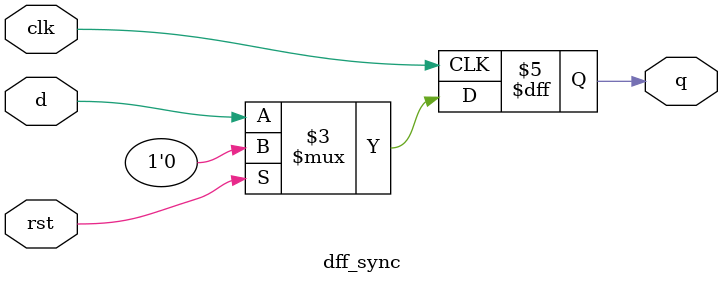
<source format=v>
`timescale 1ns / 1ps

module dff_sync(d,clk,rst,q );
input d,clk,rst;
output reg q;

always @(posedge clk)
begin
        if(rst)
        q<=1'b0;
        else
        q<= d;
end

endmodule

</source>
